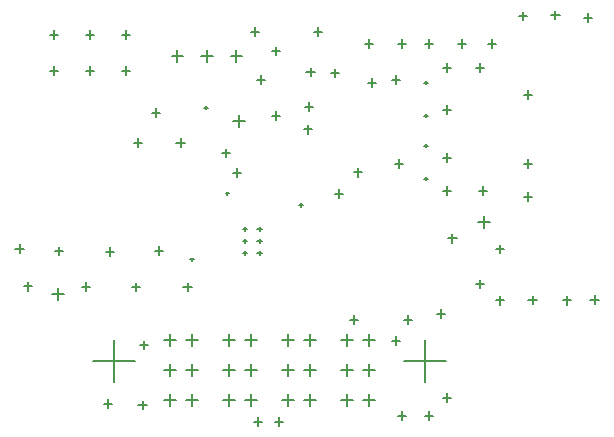
<source format=gbr>
%TF.GenerationSoftware,Altium Limited,Altium Designer,24.2.2 (26)*%
G04 Layer_Color=128*
%FSLAX45Y45*%
%MOMM*%
%TF.SameCoordinates,49D751E1-909A-4D1D-99CC-CC6D119DB9C5*%
%TF.FilePolarity,Positive*%
%TF.FileFunction,Drillmap*%
%TF.Part,Single*%
G01*
G75*
%TA.AperFunction,NonConductor*%
%ADD37C,0.12700*%
D37*
X4052980Y-4846520D02*
X4408980D01*
X4230980Y-5024520D02*
Y-4668520D01*
X1424980Y-4846520D02*
X1780980D01*
X1602980Y-5024520D02*
Y-4668520D01*
X2208980Y-5176520D02*
X2312980D01*
X2260980Y-5228520D02*
Y-5124520D01*
X2020980Y-5176520D02*
X2124980D01*
X2072980Y-5228520D02*
Y-5124520D01*
X2208980Y-4922520D02*
X2312980D01*
X2260980Y-4974520D02*
Y-4870520D01*
X2020980Y-4922520D02*
X2124980D01*
X2072980Y-4974520D02*
Y-4870520D01*
X2208980Y-4668520D02*
X2312980D01*
X2260980Y-4720520D02*
Y-4616520D01*
X2020980Y-4668520D02*
X2124980D01*
X2072980Y-4720520D02*
Y-4616520D01*
X3708980Y-5176520D02*
X3812980D01*
X3760980Y-5228520D02*
Y-5124520D01*
X3520980Y-5176520D02*
X3624980D01*
X3572980Y-5228520D02*
Y-5124520D01*
X3708980Y-4922520D02*
X3812980D01*
X3760980Y-4974520D02*
Y-4870520D01*
X3520980Y-4922520D02*
X3624980D01*
X3572980Y-4974520D02*
Y-4870520D01*
X3708980Y-4668520D02*
X3812980D01*
X3760980Y-4720520D02*
Y-4616520D01*
X3520980Y-4668520D02*
X3624980D01*
X3572980Y-4720520D02*
Y-4616520D01*
X3208980Y-5176520D02*
X3312980D01*
X3260980Y-5228520D02*
Y-5124520D01*
X3020980Y-5176520D02*
X3124980D01*
X3072980Y-5228520D02*
Y-5124520D01*
X3208980Y-4922520D02*
X3312980D01*
X3260980Y-4974520D02*
Y-4870520D01*
X3020980Y-4922520D02*
X3124980D01*
X3072980Y-4974520D02*
Y-4870520D01*
X3208980Y-4668520D02*
X3312980D01*
X3260980Y-4720520D02*
Y-4616520D01*
X3020980Y-4668520D02*
X3124980D01*
X3072980Y-4720520D02*
Y-4616520D01*
X2708980Y-5176520D02*
X2812980D01*
X2760980Y-5228520D02*
Y-5124520D01*
X2520980Y-5176520D02*
X2624980D01*
X2572980Y-5228520D02*
Y-5124520D01*
X2708980Y-4922520D02*
X2812980D01*
X2760980Y-4974520D02*
Y-4870520D01*
X2520980Y-4922520D02*
X2624980D01*
X2572980Y-4974520D02*
Y-4870520D01*
X2708980Y-4668520D02*
X2812980D01*
X2760980Y-4720520D02*
Y-4616520D01*
X2520980Y-4668520D02*
X2624980D01*
X2572980Y-4720520D02*
Y-4616520D01*
X1074220Y-4279900D02*
X1176220D01*
X1125220Y-4330900D02*
Y-4228900D01*
X4681020Y-3672840D02*
X4783020D01*
X4732020Y-3723840D02*
Y-3621840D01*
X2586520Y-2260600D02*
X2686520D01*
X2636520Y-2310600D02*
Y-2210600D01*
X2336520Y-2260600D02*
X2436520D01*
X2386520Y-2310600D02*
Y-2210600D01*
X2086520Y-2260600D02*
X2186520D01*
X2136520Y-2310600D02*
Y-2210600D01*
X2608380Y-2816860D02*
X2710380D01*
X2659380Y-2867860D02*
Y-2765860D01*
X5577840Y-1938020D02*
X5648960D01*
X5613400Y-1973580D02*
Y-1902460D01*
X5300980Y-1917700D02*
X5372100D01*
X5336540Y-1953260D02*
Y-1882140D01*
X5026660Y-1925320D02*
X5097780D01*
X5062220Y-1960880D02*
Y-1889760D01*
X3434080Y-2405380D02*
X3505200D01*
X3469640Y-2440940D02*
Y-2369820D01*
X4831080Y-4333240D02*
X4902200D01*
X4866640Y-4368800D02*
Y-4297680D01*
X5107940Y-4328160D02*
X5179060D01*
X5143500Y-4363720D02*
Y-4292600D01*
X5633720Y-4325620D02*
X5704840D01*
X5669280Y-4361180D02*
Y-4290060D01*
X5397500Y-4333240D02*
X5468620D01*
X5433060Y-4368800D02*
Y-4297680D01*
X2545080Y-3426460D02*
X2575560D01*
X2560320Y-3441700D02*
Y-3411220D01*
X2245360Y-3985260D02*
X2275840D01*
X2260600Y-4000500D02*
Y-3970020D01*
X2128520Y-2997200D02*
X2199640D01*
X2164080Y-3032760D02*
Y-2961640D01*
X764540Y-3893820D02*
X835660D01*
X800100Y-3929380D02*
Y-3858260D01*
X1945640Y-3911600D02*
X2016760D01*
X1981200Y-3947160D02*
Y-3876040D01*
X1099820Y-3914140D02*
X1170940D01*
X1135380Y-3949700D02*
Y-3878580D01*
X2961640Y-5359400D02*
X3032760D01*
X2997200Y-5394960D02*
Y-5323840D01*
X2783840Y-5359400D02*
X2854960D01*
X2819400Y-5394960D02*
Y-5323840D01*
X4660900Y-4196080D02*
X4732020D01*
X4696460Y-4231640D02*
Y-4160520D01*
X4429760Y-3807460D02*
X4500880D01*
X4465320Y-3843020D02*
Y-3771900D01*
X5069840Y-2590800D02*
X5140960D01*
X5105400Y-2626360D02*
Y-2555240D01*
X3952240Y-4673600D02*
X4023360D01*
X3987800Y-4709160D02*
Y-4638040D01*
X5069840Y-3454400D02*
X5140960D01*
X5105400Y-3489960D02*
Y-3418840D01*
X5069840Y-3175000D02*
X5140960D01*
X5105400Y-3210560D02*
Y-3139440D01*
X4833620Y-3896360D02*
X4904740D01*
X4869180Y-3931920D02*
Y-3860800D01*
X3596640Y-4495800D02*
X3667760D01*
X3632200Y-4531360D02*
Y-4460240D01*
X4053840Y-4495800D02*
X4124960D01*
X4089400Y-4531360D02*
Y-4460240D01*
X4333240Y-4445000D02*
X4404360D01*
X4368800Y-4480560D02*
Y-4409440D01*
X4384040Y-5156200D02*
X4455160D01*
X4419600Y-5191760D02*
Y-5120640D01*
X4231640Y-5308600D02*
X4302760D01*
X4267200Y-5344160D02*
Y-5273040D01*
X4003040Y-5308600D02*
X4074160D01*
X4038600Y-5344160D02*
Y-5273040D01*
X4688840Y-3403600D02*
X4759960D01*
X4724400Y-3439160D02*
Y-3368040D01*
X4384040Y-3403600D02*
X4455160D01*
X4419600Y-3439160D02*
Y-3368040D01*
X4663440Y-2362200D02*
X4734560D01*
X4699000Y-2397760D02*
Y-2326640D01*
X4384040Y-2362200D02*
X4455160D01*
X4419600Y-2397760D02*
Y-2326640D01*
X4384040Y-2717800D02*
X4455160D01*
X4419600Y-2753360D02*
Y-2682240D01*
X4384040Y-3124200D02*
X4455160D01*
X4419600Y-3159760D02*
Y-3088640D01*
X3165795Y-3522980D02*
X3196275D01*
X3181035Y-3538220D02*
Y-3507740D01*
X3469640Y-3429000D02*
X3540760D01*
X3505200Y-3464560D02*
Y-3393440D01*
X3749040Y-2489200D02*
X3820160D01*
X3784600Y-2524760D02*
Y-2453640D01*
X3952240Y-2463800D02*
X4023360D01*
X3987800Y-2499360D02*
Y-2428240D01*
X3630360Y-3249560D02*
X3701480D01*
X3665920Y-3285120D02*
Y-3214000D01*
X3977640Y-3175000D02*
X4048760D01*
X4013200Y-3210560D02*
Y-3139440D01*
X3208020Y-2885440D02*
X3279140D01*
X3243580Y-2921000D02*
Y-2849880D01*
X3215640Y-2692400D02*
X3286760D01*
X3251200Y-2727960D02*
Y-2656840D01*
X2936240Y-2768600D02*
X3007360D01*
X2971800Y-2804160D02*
Y-2733040D01*
X2513428Y-3087119D02*
X2584548D01*
X2548988Y-3122679D02*
Y-3051559D01*
X2606040Y-3251200D02*
X2677160D01*
X2641600Y-3286760D02*
Y-3215640D01*
X4226560Y-3302000D02*
X4257040D01*
X4241800Y-3317240D02*
Y-3286760D01*
X4226560Y-3022600D02*
X4257040D01*
X4241800Y-3037840D02*
Y-3007360D01*
X4226560Y-2768600D02*
X4257040D01*
X4241800Y-2783840D02*
Y-2753360D01*
X4226560Y-2489200D02*
X4257040D01*
X4241800Y-2504440D02*
Y-2473960D01*
X3291840Y-2057400D02*
X3362960D01*
X3327400Y-2092960D02*
Y-2021840D01*
X4765040Y-2159000D02*
X4836160D01*
X4800600Y-2194560D02*
Y-2123440D01*
X4511040Y-2159000D02*
X4582160D01*
X4546600Y-2194560D02*
Y-2123440D01*
X4231640Y-2159000D02*
X4302760D01*
X4267200Y-2194560D02*
Y-2123440D01*
X4003040Y-2159000D02*
X4074160D01*
X4038600Y-2194560D02*
Y-2123440D01*
X3723640Y-2159000D02*
X3794760D01*
X3759200Y-2194560D02*
Y-2123440D01*
X2809240Y-2463800D02*
X2880360D01*
X2844800Y-2499360D02*
Y-2428240D01*
X2934895Y-2220017D02*
X3006015D01*
X2970455Y-2255577D02*
Y-2184457D01*
X2758440Y-2057400D02*
X2829560D01*
X2794000Y-2092960D02*
Y-2021840D01*
X1767840Y-2997200D02*
X1838960D01*
X1803400Y-3032760D02*
Y-2961640D01*
X1920240Y-2743200D02*
X1991360D01*
X1955800Y-2778760D02*
Y-2707640D01*
X1666240Y-2387600D02*
X1737360D01*
X1701800Y-2423160D02*
Y-2352040D01*
X1361440Y-2387600D02*
X1432560D01*
X1397000Y-2423160D02*
Y-2352040D01*
X1056640Y-2387600D02*
X1127760D01*
X1092200Y-2423160D02*
Y-2352040D01*
X1666240Y-2082800D02*
X1737360D01*
X1701800Y-2118360D02*
Y-2047240D01*
X1361440Y-2082800D02*
X1432560D01*
X1397000Y-2118360D02*
Y-2047240D01*
X3228340Y-2400300D02*
X3299460D01*
X3263900Y-2435860D02*
Y-2364740D01*
X1056640Y-2082800D02*
X1127760D01*
X1092200Y-2118360D02*
Y-2047240D01*
X1818640Y-4711700D02*
X1889760D01*
X1854200Y-4747260D02*
Y-4676140D01*
X1805940Y-5219700D02*
X1877060D01*
X1841500Y-5255260D02*
Y-5184140D01*
X1513840Y-5207000D02*
X1584960D01*
X1549400Y-5242560D02*
Y-5171440D01*
X2186940Y-4221480D02*
X2258060D01*
X2222500Y-4257040D02*
Y-4185920D01*
X1531620Y-3919220D02*
X1602740D01*
X1567180Y-3954780D02*
Y-3883660D01*
X838200Y-4213860D02*
X909320D01*
X873760Y-4249420D02*
Y-4178300D01*
X1750060Y-4218940D02*
X1821180D01*
X1785620Y-4254500D02*
Y-4183380D01*
X1325880Y-4216400D02*
X1397000D01*
X1361440Y-4251960D02*
Y-4180840D01*
X2688360Y-3728720D02*
X2729000D01*
X2708680Y-3749040D02*
Y-3708400D01*
X2812560Y-3728720D02*
X2853200D01*
X2832880Y-3749040D02*
Y-3708400D01*
X2688360Y-3830320D02*
X2729000D01*
X2708680Y-3850640D02*
Y-3810000D01*
X2812560Y-3830320D02*
X2853200D01*
X2832880Y-3850640D02*
Y-3810000D01*
X2688360Y-3931920D02*
X2729000D01*
X2708680Y-3952240D02*
Y-3911600D01*
X2812560Y-3931920D02*
X2853200D01*
X2832880Y-3952240D02*
Y-3911600D01*
X2362200Y-2700020D02*
X2392680D01*
X2377440Y-2715260D02*
Y-2684780D01*
%TF.MD5,f73b41079ce8acff0691a16b66b41861*%
M02*

</source>
